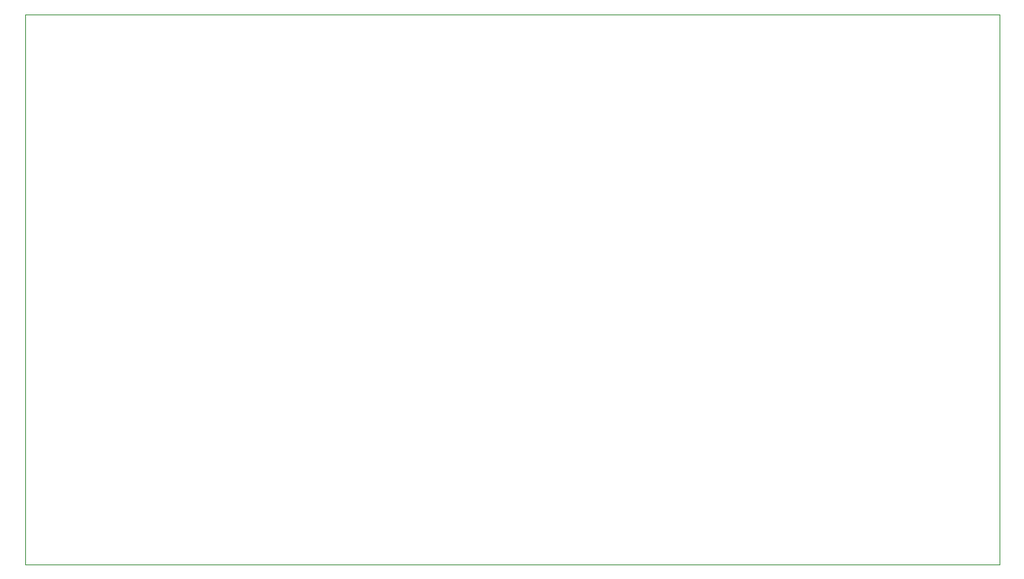
<source format=gbr>
%TF.GenerationSoftware,KiCad,Pcbnew,8.0.5*%
%TF.CreationDate,2025-05-05T01:40:06+02:00*%
%TF.ProjectId,nodo_central,6e6f646f-5f63-4656-9e74-72616c2e6b69,rev?*%
%TF.SameCoordinates,Original*%
%TF.FileFunction,Legend,Bot*%
%TF.FilePolarity,Positive*%
%FSLAX46Y46*%
G04 Gerber Fmt 4.6, Leading zero omitted, Abs format (unit mm)*
G04 Created by KiCad (PCBNEW 8.0.5) date 2025-05-05 01:40:06*
%MOMM*%
%LPD*%
G01*
G04 APERTURE LIST*
%ADD10C,0.100000*%
G04 APERTURE END LIST*
%TO.C,U1*%
D10*
X203656400Y-35195200D02*
X95656400Y-35195200D01*
X95656400Y-96195200D01*
X203656400Y-96195200D01*
X203656400Y-35195200D01*
%TD*%
M02*

</source>
